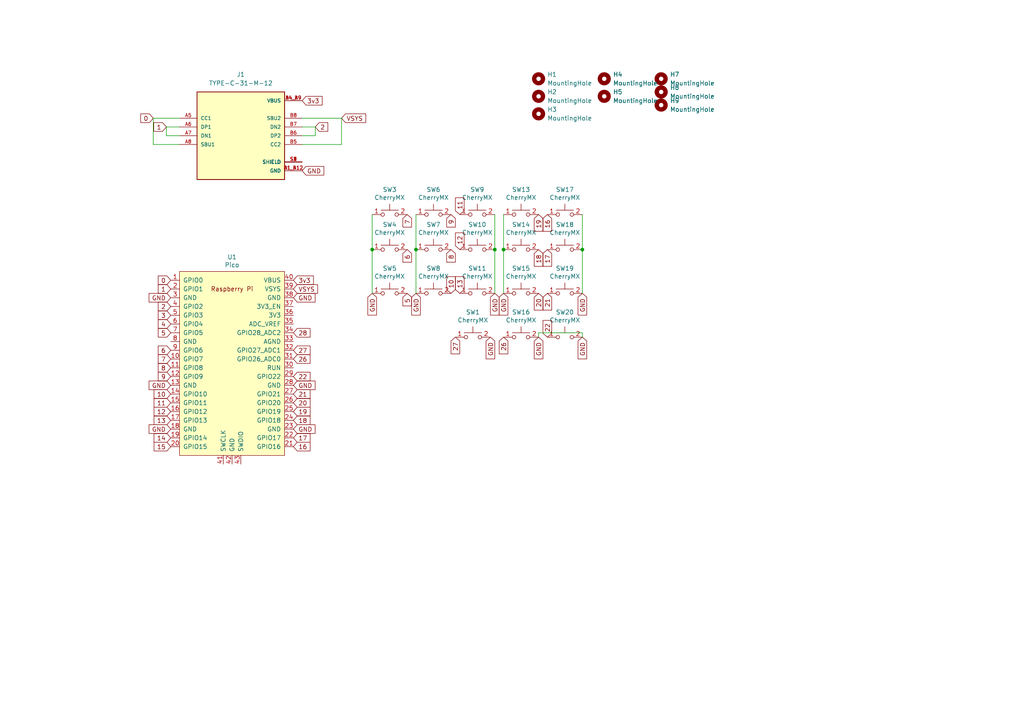
<source format=kicad_sch>
(kicad_sch (version 20230121) (generator eeschema)
  (paper "A4")
  (lib_symbols
    (symbol "Keeb-rescue:CherryMX-CherryMX" (pin_names (offset 0.254))
      (property "Reference" "SW" (at 2.54 3.175 0))
      (property "Value" "CherryMX_CherryMX" (at 0 -1.905 0))
      (symbol "CherryMX-CherryMX_1_1"
        (circle (center -2.032 0) (radius 0.508))
        (polyline (pts (xy 0 1.27) (xy 0 3.048)))
        (polyline (pts (xy 2.54 1.27) (xy -2.54 1.27)))
        (circle (center 2.032 0) (radius 0.508))
        (pin passive line (at -5.08 0 0) (length 2.54) (name "~") (number "1"))
        (pin passive line (at 5.08 0 180) (length 2.54) (name "~") (number "2"))
      )
    )
    (symbol "Keeb-rescue:Pico-MCU_RaspberryPi_and_Boards" (pin_names (offset 1.016))
      (property "Reference" "U" (at -13.97 27.94 0))
      (property "Value" "MCU_RaspberryPi_and_Boards_Pico" (at 0 19.05 0))
      (symbol "Pico-MCU_RaspberryPi_and_Boards_0_0"
        (text "Raspberry Pi" (at 0 21.59 0) (effects (font (size 1.27 1.27))))
      )
      (symbol "Pico-MCU_RaspberryPi_and_Boards_0_1"
        (rectangle (start -15.24 26.67) (end 15.24 -26.67) (fill (type background)))
      )
      (symbol "Pico-MCU_RaspberryPi_and_Boards_1_1"
        (pin bidirectional line (at -17.78 24.13 0) (length 2.54) (name "GPIO0") (number "1"))
        (pin bidirectional line (at -17.78 1.27 0) (length 2.54) (name "GPIO7") (number "10"))
        (pin bidirectional line (at -17.78 -1.27 0) (length 2.54) (name "GPIO8") (number "11"))
        (pin bidirectional line (at -17.78 -3.81 0) (length 2.54) (name "GPIO9") (number "12"))
        (pin power_in line (at -17.78 -6.35 0) (length 2.54) (name "GND") (number "13"))
        (pin bidirectional line (at -17.78 -8.89 0) (length 2.54) (name "GPIO10") (number "14"))
        (pin bidirectional line (at -17.78 -11.43 0) (length 2.54) (name "GPIO11") (number "15"))
        (pin bidirectional line (at -17.78 -13.97 0) (length 2.54) (name "GPIO12") (number "16"))
        (pin bidirectional line (at -17.78 -16.51 0) (length 2.54) (name "GPIO13") (number "17"))
        (pin power_in line (at -17.78 -19.05 0) (length 2.54) (name "GND") (number "18"))
        (pin bidirectional line (at -17.78 -21.59 0) (length 2.54) (name "GPIO14") (number "19"))
        (pin bidirectional line (at -17.78 21.59 0) (length 2.54) (name "GPIO1") (number "2"))
        (pin bidirectional line (at -17.78 -24.13 0) (length 2.54) (name "GPIO15") (number "20"))
        (pin bidirectional line (at 17.78 -24.13 180) (length 2.54) (name "GPIO16") (number "21"))
        (pin bidirectional line (at 17.78 -21.59 180) (length 2.54) (name "GPIO17") (number "22"))
        (pin power_in line (at 17.78 -19.05 180) (length 2.54) (name "GND") (number "23"))
        (pin bidirectional line (at 17.78 -16.51 180) (length 2.54) (name "GPIO18") (number "24"))
        (pin bidirectional line (at 17.78 -13.97 180) (length 2.54) (name "GPIO19") (number "25"))
        (pin bidirectional line (at 17.78 -11.43 180) (length 2.54) (name "GPIO20") (number "26"))
        (pin bidirectional line (at 17.78 -8.89 180) (length 2.54) (name "GPIO21") (number "27"))
        (pin power_in line (at 17.78 -6.35 180) (length 2.54) (name "GND") (number "28"))
        (pin bidirectional line (at 17.78 -3.81 180) (length 2.54) (name "GPIO22") (number "29"))
        (pin power_in line (at -17.78 19.05 0) (length 2.54) (name "GND") (number "3"))
        (pin input line (at 17.78 -1.27 180) (length 2.54) (name "RUN") (number "30"))
        (pin bidirectional line (at 17.78 1.27 180) (length 2.54) (name "GPIO26_ADC0") (number "31"))
        (pin bidirectional line (at 17.78 3.81 180) (length 2.54) (name "GPIO27_ADC1") (number "32"))
        (pin power_in line (at 17.78 6.35 180) (length 2.54) (name "AGND") (number "33"))
        (pin bidirectional line (at 17.78 8.89 180) (length 2.54) (name "GPIO28_ADC2") (number "34"))
        (pin unspecified line (at 17.78 11.43 180) (length 2.54) (name "ADC_VREF") (number "35"))
        (pin unspecified line (at 17.78 13.97 180) (length 2.54) (name "3V3") (number "36"))
        (pin input line (at 17.78 16.51 180) (length 2.54) (name "3V3_EN") (number "37"))
        (pin bidirectional line (at 17.78 19.05 180) (length 2.54) (name "GND") (number "38"))
        (pin unspecified line (at 17.78 21.59 180) (length 2.54) (name "VSYS") (number "39"))
        (pin bidirectional line (at -17.78 16.51 0) (length 2.54) (name "GPIO2") (number "4"))
        (pin unspecified line (at 17.78 24.13 180) (length 2.54) (name "VBUS") (number "40"))
        (pin input line (at -2.54 -29.21 90) (length 2.54) (name "SWCLK") (number "41"))
        (pin power_in line (at 0 -29.21 90) (length 2.54) (name "GND") (number "42"))
        (pin bidirectional line (at 2.54 -29.21 90) (length 2.54) (name "SWDIO") (number "43"))
        (pin bidirectional line (at -17.78 13.97 0) (length 2.54) (name "GPIO3") (number "5"))
        (pin bidirectional line (at -17.78 11.43 0) (length 2.54) (name "GPIO4") (number "6"))
        (pin bidirectional line (at -17.78 8.89 0) (length 2.54) (name "GPIO5") (number "7"))
        (pin power_in line (at -17.78 6.35 0) (length 2.54) (name "GND") (number "8"))
        (pin bidirectional line (at -17.78 3.81 0) (length 2.54) (name "GPIO6") (number "9"))
      )
    )
    (symbol "Mechanical:MountingHole" (pin_names (offset 1.016))
      (property "Reference" "H" (at 0 5.08 0))
      (property "Value" "MountingHole" (at 0 3.175 0))
      (symbol "MountingHole_0_1"
        (circle (center 0 0) (radius 1.27) (stroke (width 1.27)))
      )
    )
    (symbol "TypeC:TYPE-C-31-M-12" (pin_names (offset 1.016))
      (property "Reference" "J" (at -12.7 13.462 0))
      (property "Value" "TYPE-C-31-M-12" (at -12.7 -13.462 0))
      (symbol "TYPE-C-31-M-12_0_0"
        (rectangle (start -12.7 -12.7) (end 12.7 12.7) (stroke (width 0.254)) (fill (type background)))
        (pin power_in line (at 17.78 -10.16 180) (length 5.08) (name "GND") (number "A1_B12"))
        (pin power_in line (at 17.78 10.16 180) (length 5.08) (name "VBUS") (number "A4_B9"))
        (pin bidirectional line (at -17.78 5.08 0) (length 5.08) (name "CC1") (number "A5"))
        (pin bidirectional line (at -17.78 2.54 0) (length 5.08) (name "DP1") (number "A6"))
        (pin bidirectional line (at -17.78 0 0) (length 5.08) (name "DN1") (number "A7"))
        (pin bidirectional line (at -17.78 -2.54 0) (length 5.08) (name "SBU1") (number "A8"))
        (pin power_in line (at 17.78 -10.16 180) (length 5.08) (name "GND") (number "B1_A12"))
        (pin power_in line (at 17.78 10.16 180) (length 5.08) (name "VBUS") (number "B4_A9"))
        (pin bidirectional line (at 17.78 -2.54 180) (length 5.08) (name "CC2") (number "B5"))
        (pin bidirectional line (at 17.78 0 180) (length 5.08) (name "DP2") (number "B6"))
        (pin bidirectional line (at 17.78 2.54 180) (length 5.08) (name "DN2") (number "B7"))
        (pin bidirectional line (at 17.78 5.08 180) (length 5.08) (name "SBU2") (number "B8"))
        (pin passive line (at 17.78 -7.62 180) (length 5.08) (name "SHIELD") (number "S1"))
        (pin passive line (at 17.78 -7.62 180) (length 5.08) (name "SHIELD") (number "S2"))
        (pin passive line (at 17.78 -7.62 180) (length 5.08) (name "SHIELD") (number "S3"))
        (pin passive line (at 17.78 -7.62 180) (length 5.08) (name "SHIELD") (number "S4"))
      )
    )
  )
  (junction (at 146.05 72.39))
  (junction (at 143.51 72.39))
  (junction (at 168.91 72.39))
  (junction (at 107.95 72.39))
  (junction (at 120.65 72.39))
  (wire (pts (xy 146.05 62.23) (xy 146.05 72.39)))
  (wire (pts (xy 156.21 96.52) (xy 168.91 96.52)))
  (wire (pts (xy 44.45 41.91) (xy 52.07 41.91)))
  (wire (pts (xy 143.51 62.23) (xy 143.51 72.39)))
  (wire (pts (xy 168.91 62.23) (xy 168.91 72.39)))
  (wire (pts (xy 99.06 41.91) (xy 87.63 41.91)))
  (wire (pts (xy 52.07 36.83) (xy 48.26 36.83)))
  (wire (pts (xy 156.21 97.79) (xy 156.21 96.52)))
  (wire (pts (xy 91.44 36.83) (xy 91.44 39.37)))
  (wire (pts (xy 120.65 72.39) (xy 120.65 85.09)))
  (wire (pts (xy 107.95 62.23) (xy 107.95 72.39)))
  (wire (pts (xy 107.95 72.39) (xy 107.95 85.09)))
  (wire (pts (xy 120.65 62.23) (xy 120.65 72.39)))
  (wire (pts (xy 146.05 72.39) (xy 146.05 85.09)))
  (wire (pts (xy 91.44 39.37) (xy 87.63 39.37)))
  (wire (pts (xy 168.91 96.52) (xy 168.91 97.79)))
  (wire (pts (xy 48.26 39.37) (xy 52.07 39.37)))
  (wire (pts (xy 52.07 34.29) (xy 44.45 34.29)))
  (wire (pts (xy 48.26 36.83) (xy 48.26 39.37)))
  (wire (pts (xy 143.51 72.39) (xy 143.51 85.09)))
  (wire (pts (xy 44.45 34.29) (xy 44.45 41.91)))
  (wire (pts (xy 99.06 34.29) (xy 99.06 41.91)))
  (wire (pts (xy 87.63 36.83) (xy 91.44 36.83)))
  (wire (pts (xy 168.91 72.39) (xy 168.91 85.09)))
  (wire (pts (xy 87.63 34.29) (xy 99.06 34.29)))
  (global_label "26" (shape input) (at 146.05 97.79 270) (property "Intersheetrefs" "${INTERSHEET_REFS}" (effects hide)))
  (global_label "5" (shape input) (at 49.53 96.52 180) (property "Intersheetrefs" "${INTERSHEET_REFS}" (effects hide)))
  (global_label "GND" (shape input) (at 120.65 85.09 270) (property "Intersheetrefs" "${INTERSHEET_REFS}" (effects hide)))
  (global_label "GND" (shape input) (at 49.53 124.46 180) (property "Intersheetrefs" "${INTERSHEET_REFS}" (effects hide)))
  (global_label "11" (shape input) (at 49.53 116.84 180) (property "Intersheetrefs" "${INTERSHEET_REFS}" (effects hide)))
  (global_label "27" (shape input) (at 132.08 97.79 270) (property "Intersheetrefs" "${INTERSHEET_REFS}" (effects hide)))
  (global_label "3" (shape input) (at 49.53 91.44 180) (property "Intersheetrefs" "${INTERSHEET_REFS}" (effects hide)))
  (global_label "GND" (shape input) (at 146.05 85.09 270) (property "Intersheetrefs" "${INTERSHEET_REFS}" (effects hide)))
  (global_label "8" (shape input) (at 130.81 72.39 270) (property "Intersheetrefs" "${INTERSHEET_REFS}" (effects hide)))
  (global_label "2" (shape input) (at 91.44 36.83 0) (property "Intersheetrefs" "${INTERSHEET_REFS}" (effects hide)))
  (global_label "22" (shape input) (at 85.09 109.22 0) (property "Intersheetrefs" "${INTERSHEET_REFS}" (effects hide)))
  (global_label "13" (shape input) (at 49.53 121.92 180) (property "Intersheetrefs" "${INTERSHEET_REFS}" (effects hide)))
  (global_label "GND" (shape input) (at 142.24 97.79 270) (property "Intersheetrefs" "${INTERSHEET_REFS}" (effects hide)))
  (global_label "GND" (shape input) (at 168.91 85.09 270) (property "Intersheetrefs" "${INTERSHEET_REFS}" (effects hide)))
  (global_label "27" (shape input) (at 85.09 101.6 0) (property "Intersheetrefs" "${INTERSHEET_REFS}" (effects hide)))
  (global_label "28" (shape input) (at 85.09 96.52 0) (property "Intersheetrefs" "${INTERSHEET_REFS}" (effects hide)))
  (global_label "GND" (shape input) (at 168.91 97.79 270) (property "Intersheetrefs" "${INTERSHEET_REFS}" (effects hide)))
  (global_label "GND" (shape input) (at 49.53 111.76 180) (property "Intersheetrefs" "${INTERSHEET_REFS}" (effects hide)))
  (global_label "9" (shape input) (at 130.81 62.23 270) (property "Intersheetrefs" "${INTERSHEET_REFS}" (effects hide)))
  (global_label "14" (shape input) (at 49.53 127 180) (property "Intersheetrefs" "${INTERSHEET_REFS}" (effects hide)))
  (global_label "17" (shape input) (at 85.09 127 0) (property "Intersheetrefs" "${INTERSHEET_REFS}" (effects hide)))
  (global_label "18" (shape input) (at 85.09 121.92 0) (property "Intersheetrefs" "${INTERSHEET_REFS}" (effects hide)))
  (global_label "11" (shape input) (at 133.35 62.23 90) (property "Intersheetrefs" "${INTERSHEET_REFS}" (effects hide)))
  (global_label "4" (shape input) (at 49.53 93.98 180) (property "Intersheetrefs" "${INTERSHEET_REFS}" (effects hide)))
  (global_label "GND" (shape input) (at 49.53 86.36 180) (property "Intersheetrefs" "${INTERSHEET_REFS}" (effects hide)))
  (global_label "20" (shape input) (at 85.09 116.84 0) (property "Intersheetrefs" "${INTERSHEET_REFS}" (effects hide)))
  (global_label "GND" (shape input) (at 87.63 49.53 0) (property "Intersheetrefs" "${INTERSHEET_REFS}" (effects hide)))
  (global_label "20" (shape input) (at 156.21 85.09 270) (property "Intersheetrefs" "${INTERSHEET_REFS}" (effects hide)))
  (global_label "GND" (shape input) (at 107.95 85.09 270) (property "Intersheetrefs" "${INTERSHEET_REFS}" (effects hide)))
  (global_label "10" (shape input) (at 130.81 85.09 90) (property "Intersheetrefs" "${INTERSHEET_REFS}" (effects hide)))
  (global_label "GND" (shape input) (at 85.09 111.76 0) (property "Intersheetrefs" "${INTERSHEET_REFS}" (effects hide)))
  (global_label "3v3" (shape input) (at 87.63 29.21 0) (property "Intersheetrefs" "${INTERSHEET_REFS}" (effects hide)))
  (global_label "19" (shape input) (at 156.21 62.23 270) (property "Intersheetrefs" "${INTERSHEET_REFS}" (effects hide)))
  (global_label "9" (shape input) (at 49.53 109.22 180) (property "Intersheetrefs" "${INTERSHEET_REFS}" (effects hide)))
  (global_label "2" (shape input) (at 49.53 88.9 180) (property "Intersheetrefs" "${INTERSHEET_REFS}" (effects hide)))
  (global_label "16" (shape input) (at 158.75 62.23 270) (property "Intersheetrefs" "${INTERSHEET_REFS}" (effects hide)))
  (global_label "VSYS" (shape input) (at 99.06 34.29 0) (property "Intersheetrefs" "${INTERSHEET_REFS}" (effects hide)))
  (global_label "6" (shape input) (at 118.11 72.39 270) (property "Intersheetrefs" "${INTERSHEET_REFS}" (effects hide)))
  (global_label "12" (shape input) (at 133.35 72.39 90) (property "Intersheetrefs" "${INTERSHEET_REFS}" (effects hide)))
  (global_label "0" (shape input) (at 49.53 81.28 180) (property "Intersheetrefs" "${INTERSHEET_REFS}" (effects hide)))
  (global_label "12" (shape input) (at 49.53 119.38 180) (property "Intersheetrefs" "${INTERSHEET_REFS}" (effects hide)))
  (global_label "7" (shape input) (at 49.53 104.14 180) (property "Intersheetrefs" "${INTERSHEET_REFS}" (effects hide)))
  (global_label "13" (shape input) (at 133.35 85.09 90) (property "Intersheetrefs" "${INTERSHEET_REFS}" (effects hide)))
  (global_label "1" (shape input) (at 48.26 36.83 180) (property "Intersheetrefs" "${INTERSHEET_REFS}" (effects hide)))
  (global_label "17" (shape input) (at 158.75 72.39 270) (property "Intersheetrefs" "${INTERSHEET_REFS}" (effects hide)))
  (global_label "18" (shape input) (at 156.21 72.39 270) (property "Intersheetrefs" "${INTERSHEET_REFS}" (effects hide)))
  (global_label "0" (shape input) (at 44.45 34.29 180) (property "Intersheetrefs" "${INTERSHEET_REFS}" (effects hide)))
  (global_label "21" (shape input) (at 158.75 85.09 270) (property "Intersheetrefs" "${INTERSHEET_REFS}" (effects hide)))
  (global_label "GND" (shape input) (at 156.21 97.79 270) (property "Intersheetrefs" "${INTERSHEET_REFS}" (effects hide)))
  (global_label "19" (shape input) (at 85.09 119.38 0) (property "Intersheetrefs" "${INTERSHEET_REFS}" (effects hide)))
  (global_label "21" (shape input) (at 85.09 114.3 0) (property "Intersheetrefs" "${INTERSHEET_REFS}" (effects hide)))
  (global_label "3v3" (shape input) (at 85.09 81.28 0) (property "Intersheetrefs" "${INTERSHEET_REFS}" (effects hide)))
  (global_label "16" (shape input) (at 85.09 129.54 0) (property "Intersheetrefs" "${INTERSHEET_REFS}" (effects hide)))
  (global_label "15" (shape input) (at 49.53 129.54 180) (property "Intersheetrefs" "${INTERSHEET_REFS}" (effects hide)))
  (global_label "26" (shape input) (at 85.09 104.14 0) (property "Intersheetrefs" "${INTERSHEET_REFS}" (effects hide)))
  (global_label "22" (shape input) (at 158.75 97.79 90) (property "Intersheetrefs" "${INTERSHEET_REFS}" (effects hide)))
  (global_label "GND" (shape input) (at 85.09 86.36 0) (property "Intersheetrefs" "${INTERSHEET_REFS}" (effects hide)))
  (global_label "6" (shape input) (at 49.53 101.6 180) (property "Intersheetrefs" "${INTERSHEET_REFS}" (effects hide)))
  (global_label "GND" (shape input) (at 143.51 85.09 270) (property "Intersheetrefs" "${INTERSHEET_REFS}" (effects hide)))
  (global_label "8" (shape input) (at 49.53 106.68 180) (property "Intersheetrefs" "${INTERSHEET_REFS}" (effects hide)))
  (global_label "10" (shape input) (at 49.53 114.3 180) (property "Intersheetrefs" "${INTERSHEET_REFS}" (effects hide)))
  (global_label "1" (shape input) (at 49.53 83.82 180) (property "Intersheetrefs" "${INTERSHEET_REFS}" (effects hide)))
  (global_label "5" (shape input) (at 118.11 85.09 270) (property "Intersheetrefs" "${INTERSHEET_REFS}" (effects hide)))
  (global_label "7" (shape input) (at 118.11 62.23 270) (property "Intersheetrefs" "${INTERSHEET_REFS}" (effects hide)))
  (global_label "GND" (shape input) (at 85.09 124.46 0) (property "Intersheetrefs" "${INTERSHEET_REFS}" (effects hide)))
  (global_label "VSYS" (shape input) (at 85.09 83.82 0) (property "Intersheetrefs" "${INTERSHEET_REFS}" (effects hide)))
  (symbol (lib_id "Keeb-rescue:Pico-MCU_RaspberryPi_and_Boards") (at 67.31 105.41 0) (unit 1)
    (property "Reference" "U1" (at 67.31 74.549 0))
    (property "Value" "Pico" (at 67.31 76.8604 0))
    (property "Footprint" "MCU_RaspberryPi_and_Boards:RPi_Pico_SMD_TH_NO_HOLES" (effects hide))
  )
  (symbol (lib_id "Keeb-rescue:CherryMX-CherryMX") (at 113.03 62.23 0) (unit 1)
    (property "Reference" "SW3" (at 113.03 54.991 0))
    (property "Value" "CherryMX" (at 113.03 57.3024 0))
    (property "Footprint" "ScottoKeebs_Hotswap:Hotswap_MX_1.00u" (effects hide))
  )
  (symbol (lib_id "Keeb-rescue:CherryMX-CherryMX") (at 125.73 62.23 0) (unit 1)
    (property "Reference" "SW6" (at 125.73 54.991 0))
    (property "Value" "CherryMX" (at 125.73 57.3024 0))
    (property "Footprint" "ScottoKeebs_Hotswap:Hotswap_MX_1.00u" (effects hide))
  )
  (symbol (lib_id "Keeb-rescue:CherryMX-CherryMX") (at 138.43 62.23 0) (unit 1)
    (property "Reference" "SW9" (at 138.43 54.991 0))
    (property "Value" "CherryMX" (at 138.43 57.3024 0))
    (property "Footprint" "ScottoKeebs_Hotswap:Hotswap_MX_1.00u" (effects hide))
  )
  (symbol (lib_id "Keeb-rescue:CherryMX-CherryMX") (at 151.13 62.23 0) (unit 1)
    (property "Reference" "SW13" (at 151.13 54.991 0))
    (property "Value" "CherryMX" (at 151.13 57.3024 0))
    (property "Footprint" "ScottoKeebs_Hotswap:Hotswap_MX_1.00u" (effects hide))
  )
  (symbol (lib_id "Keeb-rescue:CherryMX-CherryMX") (at 163.83 62.23 0) (unit 1)
    (property "Reference" "SW17" (at 163.83 54.991 0))
    (property "Value" "CherryMX" (at 163.83 57.3024 0))
    (property "Footprint" "ScottoKeebs_Hotswap:Hotswap_MX_1.00u" (effects hide))
  )
  (symbol (lib_id "Keeb-rescue:CherryMX-CherryMX") (at 113.03 72.39 0) (unit 1)
    (property "Reference" "SW4" (at 113.03 65.151 0))
    (property "Value" "CherryMX" (at 113.03 67.4624 0))
    (property "Footprint" "ScottoKeebs_Hotswap:Hotswap_MX_1.00u" (effects hide))
  )
  (symbol (lib_id "Keeb-rescue:CherryMX-CherryMX") (at 125.73 72.39 0) (unit 1)
    (property "Reference" "SW7" (at 125.73 65.151 0))
    (property "Value" "CherryMX" (at 125.73 67.4624 0))
    (property "Footprint" "ScottoKeebs_Hotswap:Hotswap_MX_1.00u" (effects hide))
  )
  (symbol (lib_id "Keeb-rescue:CherryMX-CherryMX") (at 138.43 72.39 0) (unit 1)
    (property "Reference" "SW10" (at 138.43 65.151 0))
    (property "Value" "CherryMX" (at 138.43 67.4624 0))
    (property "Footprint" "ScottoKeebs_Hotswap:Hotswap_MX_1.00u" (effects hide))
  )
  (symbol (lib_id "Keeb-rescue:CherryMX-CherryMX") (at 151.13 72.39 0) (unit 1)
    (property "Reference" "SW14" (at 151.13 65.151 0))
    (property "Value" "CherryMX" (at 151.13 67.4624 0))
    (property "Footprint" "ScottoKeebs_Hotswap:Hotswap_MX_1.00u" (effects hide))
  )
  (symbol (lib_id "Keeb-rescue:CherryMX-CherryMX") (at 163.83 72.39 0) (unit 1)
    (property "Reference" "SW18" (at 163.83 65.151 0))
    (property "Value" "CherryMX" (at 163.83 67.4624 0))
    (property "Footprint" "ScottoKeebs_Hotswap:Hotswap_MX_1.00u" (effects hide))
  )
  (symbol (lib_id "Keeb-rescue:CherryMX-CherryMX") (at 113.03 85.09 0) (unit 1)
    (property "Reference" "SW5" (at 113.03 77.851 0))
    (property "Value" "CherryMX" (at 113.03 80.1624 0))
    (property "Footprint" "ScottoKeebs_Hotswap:Hotswap_MX_1.00u" (effects hide))
  )
  (symbol (lib_id "Keeb-rescue:CherryMX-CherryMX") (at 125.73 85.09 0) (unit 1)
    (property "Reference" "SW8" (at 125.73 77.851 0))
    (property "Value" "CherryMX" (at 125.73 80.1624 0))
    (property "Footprint" "ScottoKeebs_Hotswap:Hotswap_MX_1.00u" (effects hide))
  )
  (symbol (lib_id "Keeb-rescue:CherryMX-CherryMX") (at 138.43 85.09 0) (unit 1)
    (property "Reference" "SW11" (at 138.43 77.851 0))
    (property "Value" "CherryMX" (at 138.43 80.1624 0))
    (property "Footprint" "ScottoKeebs_Hotswap:Hotswap_MX_1.00u" (effects hide))
  )
  (symbol (lib_id "Keeb-rescue:CherryMX-CherryMX") (at 151.13 85.09 0) (unit 1)
    (property "Reference" "SW15" (at 151.13 77.851 0))
    (property "Value" "CherryMX" (at 151.13 80.1624 0))
    (property "Footprint" "ScottoKeebs_Hotswap:Hotswap_MX_1.00u" (effects hide))
  )
  (symbol (lib_id "Keeb-rescue:CherryMX-CherryMX") (at 163.83 85.09 0) (unit 1)
    (property "Reference" "SW19" (at 163.83 77.851 0))
    (property "Value" "CherryMX" (at 163.83 80.1624 0))
    (property "Footprint" "ScottoKeebs_Hotswap:Hotswap_MX_1.00u" (effects hide))
  )
  (symbol (lib_id "Keeb-rescue:CherryMX-CherryMX") (at 151.13 97.79 0) (unit 1)
    (property "Reference" "SW16" (at 151.13 90.551 0))
    (property "Value" "CherryMX" (at 151.13 92.8624 0))
    (property "Footprint" "ScottoKeebs_Hotswap:Hotswap_MX_1.00u" (effects hide))
  )
  (symbol (lib_id "Keeb-rescue:CherryMX-CherryMX") (at 163.83 97.79 0) (unit 1)
    (property "Reference" "SW20" (at 163.83 90.551 0))
    (property "Value" "CherryMX" (at 163.83 92.8624 0))
    (property "Footprint" "ScottoKeebs_Hotswap:Hotswap_MX_1.00u" (effects hide))
  )
  (symbol (lib_id "Mechanical:MountingHole") (at 191.77 22.86 0) (unit 1)
    (property "Reference" "H7" (at 194.31 21.59 0) (effects (justify left)))
    (property "Value" "MountingHole" (at 194.31 24.13 0) (effects (justify left)))
    (property "Footprint" "MountingHole:MountingHole_3.2mm_M3" (effects hide))
  )
  (symbol (lib_id "Keeb-rescue:CherryMX-CherryMX") (at 137.16 97.79 0) (unit 1)
    (property "Reference" "SW1" (at 137.16 90.551 0))
    (property "Value" "CherryMX" (at 137.16 92.8624 0))
    (property "Footprint" "ScottoKeebs_Hotswap:Hotswap_MX_1.00u" (effects hide))
  )
  (symbol (lib_id "TypeC:TYPE-C-31-M-12") (at 69.85 39.37 0) (unit 1)
    (property "Reference" "J1" (at 69.85 21.59 0))
    (property "Value" "TYPE-C-31-M-12" (at 69.85 24.13 0))
    (property "Footprint" "TypeC:HRO_TYPE-C-31-M-12" (effects hide))
    (property "MF" "HRO Electronics Co., Ltd." (effects hide))
    (property "MAXIMUM_PACKAGE_HEIGHT" "3.26 mm" (effects hide))
    (property "Package" "Package" (effects hide))
    (property "Price" "None" (effects hide))
    (property "Check_prices" "https://www.snapeda.com/parts/TYPE-C-31-M-12/HRO+Electronics+Co.%252C+Ltd./view-part/?ref=eda" (effects hide))
    (property "STANDARD" "Manufacturer Recommendations" (effects hide))
    (property "PARTREV" "2020.12.08" (effects hide))
    (property "SnapEDA_Link" "https://www.snapeda.com/parts/TYPE-C-31-M-12/HRO+Electronics+Co.%252C+Ltd./view-part/?ref=snap" (effects hide))
    (property "MP" "TYPE-C-31-M-12" (effects hide))
    (property "Description" "\nUSB Connectors 24 Receptacle 1 8.94*7.3mm RoHS\n" (effects hide))
    (property "SNAPEDA_PN" "TYPE-C-31-M-12" (effects hide))
    (property "Availability" "Not in stock" (effects hide))
    (property "MANUFACTURER" "HRO Electronics Co., Ltd." (effects hide))
  )
  (symbol (lib_id "Mechanical:MountingHole") (at 191.77 26.67 0) (unit 1)
    (property "Reference" "H8" (at 194.31 25.4 0) (effects (justify left)))
    (property "Value" "MountingHole" (at 194.31 27.94 0) (effects (justify left)))
    (property "Footprint" "MountingHole:MountingHole_3.2mm_M3" (effects hide))
  )
  (symbol (lib_id "Mechanical:MountingHole") (at 175.26 22.86 0) (unit 1)
    (property "Reference" "H4" (at 177.8 21.59 0) (effects (justify left)))
    (property "Value" "MountingHole" (at 177.8 24.13 0) (effects (justify left)))
    (property "Footprint" "MountingHole:MountingHole_3.2mm_M3" (effects hide))
  )
  (symbol (lib_id "Mechanical:MountingHole") (at 156.21 22.86 0) (unit 1)
    (property "Reference" "H1" (at 158.75 21.59 0) (effects (justify left)))
    (property "Value" "MountingHole" (at 158.75 24.13 0) (effects (justify left)))
    (property "Footprint" "MountingHole:MountingHole_3.2mm_M3" (effects hide))
  )
  (symbol (lib_id "Mechanical:MountingHole") (at 156.21 27.94 0) (unit 1)
    (property "Reference" "H2" (at 158.75 26.67 0) (effects (justify left)))
    (property "Value" "MountingHole" (at 158.75 29.21 0) (effects (justify left)))
    (property "Footprint" "MountingHole:MountingHole_3.2mm_M3" (effects hide))
  )
  (symbol (lib_id "Mechanical:MountingHole") (at 156.21 33.02 0) (unit 1)
    (property "Reference" "H3" (at 158.75 31.75 0) (effects (justify left)))
    (property "Value" "MountingHole" (at 158.75 34.29 0) (effects (justify left)))
    (property "Footprint" "MountingHole:MountingHole_3.2mm_M3" (effects hide))
  )
  (symbol (lib_id "Mechanical:MountingHole") (at 175.26 27.94 0) (unit 1)
    (property "Reference" "H5" (at 177.8 26.67 0) (effects (justify left)))
    (property "Value" "MountingHole" (at 177.8 29.21 0) (effects (justify left)))
    (property "Footprint" "MountingHole:MountingHole_3.2mm_M3" (effects hide))
  )
  (symbol (lib_id "Mechanical:MountingHole") (at 191.77 30.48 0) (unit 1)
    (property "Reference" "H9" (at 194.31 29.21 0) (effects (justify left)))
    (property "Value" "MountingHole" (at 194.31 31.75 0) (effects (justify left)))
    (property "Footprint" "MountingHole:MountingHole_3.2mm_M3" (effects hide))
  )
)
</source>
